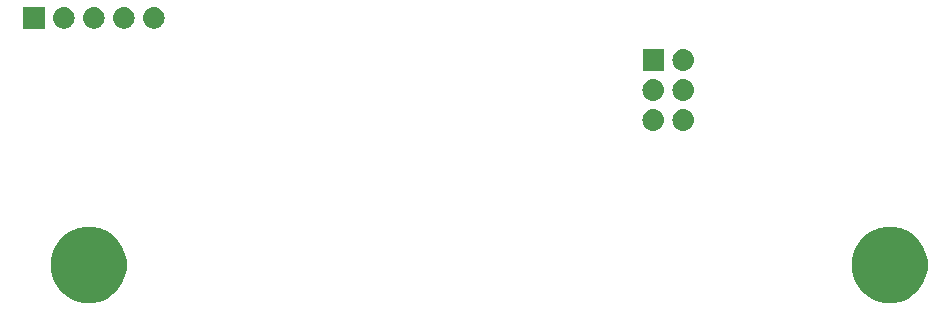
<source format=gbr>
G04 #@! TF.GenerationSoftware,KiCad,Pcbnew,(5.1.4)-1*
G04 #@! TF.CreationDate,2020-02-04T14:44:49-05:00*
G04 #@! TF.ProjectId,CellMan,43656c6c-4d61-46e2-9e6b-696361645f70,2.0*
G04 #@! TF.SameCoordinates,Original*
G04 #@! TF.FileFunction,Soldermask,Bot*
G04 #@! TF.FilePolarity,Negative*
%FSLAX46Y46*%
G04 Gerber Fmt 4.6, Leading zero omitted, Abs format (unit mm)*
G04 Created by KiCad (PCBNEW (5.1.4)-1) date 2020-02-04 14:44:49*
%MOMM*%
%LPD*%
G04 APERTURE LIST*
%ADD10C,0.100000*%
G04 APERTURE END LIST*
D10*
G36*
X108840188Y-101901573D02*
G01*
X109427282Y-102144755D01*
X109427284Y-102144756D01*
X109955655Y-102497802D01*
X110404998Y-102947145D01*
X110758044Y-103475516D01*
X110758045Y-103475518D01*
X111001227Y-104062612D01*
X111125200Y-104685865D01*
X111125200Y-105321335D01*
X111001227Y-105944588D01*
X110758045Y-106531682D01*
X110758044Y-106531684D01*
X110404998Y-107060055D01*
X109955655Y-107509398D01*
X109427284Y-107862444D01*
X109427283Y-107862445D01*
X109427282Y-107862445D01*
X108840188Y-108105627D01*
X108216935Y-108229600D01*
X107581465Y-108229600D01*
X106958212Y-108105627D01*
X106371118Y-107862445D01*
X106371117Y-107862445D01*
X106371116Y-107862444D01*
X105842745Y-107509398D01*
X105393402Y-107060055D01*
X105040356Y-106531684D01*
X105040355Y-106531682D01*
X104797173Y-105944588D01*
X104673200Y-105321335D01*
X104673200Y-104685865D01*
X104797173Y-104062612D01*
X105040355Y-103475518D01*
X105040356Y-103475516D01*
X105393402Y-102947145D01*
X105842745Y-102497802D01*
X106371116Y-102144756D01*
X106371118Y-102144755D01*
X106958212Y-101901573D01*
X107581465Y-101777600D01*
X108216935Y-101777600D01*
X108840188Y-101901573D01*
X108840188Y-101901573D01*
G37*
G36*
X176658188Y-101901573D02*
G01*
X177245282Y-102144755D01*
X177245284Y-102144756D01*
X177773655Y-102497802D01*
X178222998Y-102947145D01*
X178576044Y-103475516D01*
X178576045Y-103475518D01*
X178819227Y-104062612D01*
X178943200Y-104685865D01*
X178943200Y-105321335D01*
X178819227Y-105944588D01*
X178576045Y-106531682D01*
X178576044Y-106531684D01*
X178222998Y-107060055D01*
X177773655Y-107509398D01*
X177245284Y-107862444D01*
X177245283Y-107862445D01*
X177245282Y-107862445D01*
X176658188Y-108105627D01*
X176034935Y-108229600D01*
X175399465Y-108229600D01*
X174776212Y-108105627D01*
X174189118Y-107862445D01*
X174189117Y-107862445D01*
X174189116Y-107862444D01*
X173660745Y-107509398D01*
X173211402Y-107060055D01*
X172858356Y-106531684D01*
X172858355Y-106531682D01*
X172615173Y-105944588D01*
X172491200Y-105321335D01*
X172491200Y-104685865D01*
X172615173Y-104062612D01*
X172858355Y-103475518D01*
X172858356Y-103475516D01*
X173211402Y-102947145D01*
X173660745Y-102497802D01*
X174189116Y-102144756D01*
X174189118Y-102144755D01*
X174776212Y-101901573D01*
X175399465Y-101777600D01*
X176034935Y-101777600D01*
X176658188Y-101901573D01*
X176658188Y-101901573D01*
G37*
G36*
X155884294Y-91833633D02*
G01*
X156056695Y-91885931D01*
X156215583Y-91970858D01*
X156354849Y-92085151D01*
X156469142Y-92224417D01*
X156554069Y-92383305D01*
X156606367Y-92555706D01*
X156624025Y-92735000D01*
X156606367Y-92914294D01*
X156554069Y-93086695D01*
X156469142Y-93245583D01*
X156354849Y-93384849D01*
X156215583Y-93499142D01*
X156056695Y-93584069D01*
X155884294Y-93636367D01*
X155749931Y-93649600D01*
X155660069Y-93649600D01*
X155525706Y-93636367D01*
X155353305Y-93584069D01*
X155194417Y-93499142D01*
X155055151Y-93384849D01*
X154940858Y-93245583D01*
X154855931Y-93086695D01*
X154803633Y-92914294D01*
X154785975Y-92735000D01*
X154803633Y-92555706D01*
X154855931Y-92383305D01*
X154940858Y-92224417D01*
X155055151Y-92085151D01*
X155194417Y-91970858D01*
X155353305Y-91885931D01*
X155525706Y-91833633D01*
X155660069Y-91820400D01*
X155749931Y-91820400D01*
X155884294Y-91833633D01*
X155884294Y-91833633D01*
G37*
G36*
X158424294Y-91833633D02*
G01*
X158596695Y-91885931D01*
X158755583Y-91970858D01*
X158894849Y-92085151D01*
X159009142Y-92224417D01*
X159094069Y-92383305D01*
X159146367Y-92555706D01*
X159164025Y-92735000D01*
X159146367Y-92914294D01*
X159094069Y-93086695D01*
X159009142Y-93245583D01*
X158894849Y-93384849D01*
X158755583Y-93499142D01*
X158596695Y-93584069D01*
X158424294Y-93636367D01*
X158289931Y-93649600D01*
X158200069Y-93649600D01*
X158065706Y-93636367D01*
X157893305Y-93584069D01*
X157734417Y-93499142D01*
X157595151Y-93384849D01*
X157480858Y-93245583D01*
X157395931Y-93086695D01*
X157343633Y-92914294D01*
X157325975Y-92735000D01*
X157343633Y-92555706D01*
X157395931Y-92383305D01*
X157480858Y-92224417D01*
X157595151Y-92085151D01*
X157734417Y-91970858D01*
X157893305Y-91885931D01*
X158065706Y-91833633D01*
X158200069Y-91820400D01*
X158289931Y-91820400D01*
X158424294Y-91833633D01*
X158424294Y-91833633D01*
G37*
G36*
X158424294Y-89293633D02*
G01*
X158596695Y-89345931D01*
X158755583Y-89430858D01*
X158894849Y-89545151D01*
X159009142Y-89684417D01*
X159094069Y-89843305D01*
X159146367Y-90015706D01*
X159164025Y-90195000D01*
X159146367Y-90374294D01*
X159094069Y-90546695D01*
X159009142Y-90705583D01*
X158894849Y-90844849D01*
X158755583Y-90959142D01*
X158596695Y-91044069D01*
X158424294Y-91096367D01*
X158289931Y-91109600D01*
X158200069Y-91109600D01*
X158065706Y-91096367D01*
X157893305Y-91044069D01*
X157734417Y-90959142D01*
X157595151Y-90844849D01*
X157480858Y-90705583D01*
X157395931Y-90546695D01*
X157343633Y-90374294D01*
X157325975Y-90195000D01*
X157343633Y-90015706D01*
X157395931Y-89843305D01*
X157480858Y-89684417D01*
X157595151Y-89545151D01*
X157734417Y-89430858D01*
X157893305Y-89345931D01*
X158065706Y-89293633D01*
X158200069Y-89280400D01*
X158289931Y-89280400D01*
X158424294Y-89293633D01*
X158424294Y-89293633D01*
G37*
G36*
X155884294Y-89293633D02*
G01*
X156056695Y-89345931D01*
X156215583Y-89430858D01*
X156354849Y-89545151D01*
X156469142Y-89684417D01*
X156554069Y-89843305D01*
X156606367Y-90015706D01*
X156624025Y-90195000D01*
X156606367Y-90374294D01*
X156554069Y-90546695D01*
X156469142Y-90705583D01*
X156354849Y-90844849D01*
X156215583Y-90959142D01*
X156056695Y-91044069D01*
X155884294Y-91096367D01*
X155749931Y-91109600D01*
X155660069Y-91109600D01*
X155525706Y-91096367D01*
X155353305Y-91044069D01*
X155194417Y-90959142D01*
X155055151Y-90844849D01*
X154940858Y-90705583D01*
X154855931Y-90546695D01*
X154803633Y-90374294D01*
X154785975Y-90195000D01*
X154803633Y-90015706D01*
X154855931Y-89843305D01*
X154940858Y-89684417D01*
X155055151Y-89545151D01*
X155194417Y-89430858D01*
X155353305Y-89345931D01*
X155525706Y-89293633D01*
X155660069Y-89280400D01*
X155749931Y-89280400D01*
X155884294Y-89293633D01*
X155884294Y-89293633D01*
G37*
G36*
X156619600Y-88569600D02*
G01*
X154790400Y-88569600D01*
X154790400Y-86740400D01*
X156619600Y-86740400D01*
X156619600Y-88569600D01*
X156619600Y-88569600D01*
G37*
G36*
X158424294Y-86753633D02*
G01*
X158596695Y-86805931D01*
X158755583Y-86890858D01*
X158894849Y-87005151D01*
X159009142Y-87144417D01*
X159094069Y-87303305D01*
X159146367Y-87475706D01*
X159164025Y-87655000D01*
X159146367Y-87834294D01*
X159094069Y-88006695D01*
X159009142Y-88165583D01*
X158894849Y-88304849D01*
X158755583Y-88419142D01*
X158596695Y-88504069D01*
X158424294Y-88556367D01*
X158289931Y-88569600D01*
X158200069Y-88569600D01*
X158065706Y-88556367D01*
X157893305Y-88504069D01*
X157734417Y-88419142D01*
X157595151Y-88304849D01*
X157480858Y-88165583D01*
X157395931Y-88006695D01*
X157343633Y-87834294D01*
X157325975Y-87655000D01*
X157343633Y-87475706D01*
X157395931Y-87303305D01*
X157480858Y-87144417D01*
X157595151Y-87005151D01*
X157734417Y-86890858D01*
X157893305Y-86805931D01*
X158065706Y-86753633D01*
X158200069Y-86740400D01*
X158289931Y-86740400D01*
X158424294Y-86753633D01*
X158424294Y-86753633D01*
G37*
G36*
X105910443Y-83205519D02*
G01*
X105976627Y-83212037D01*
X106146466Y-83263557D01*
X106302991Y-83347222D01*
X106338729Y-83376552D01*
X106440186Y-83459814D01*
X106523448Y-83561271D01*
X106552778Y-83597009D01*
X106636443Y-83753534D01*
X106687963Y-83923373D01*
X106705359Y-84100000D01*
X106687963Y-84276627D01*
X106636443Y-84446466D01*
X106552778Y-84602991D01*
X106523448Y-84638729D01*
X106440186Y-84740186D01*
X106338729Y-84823448D01*
X106302991Y-84852778D01*
X106146466Y-84936443D01*
X105976627Y-84987963D01*
X105910442Y-84994482D01*
X105844260Y-85001000D01*
X105755740Y-85001000D01*
X105689558Y-84994482D01*
X105623373Y-84987963D01*
X105453534Y-84936443D01*
X105297009Y-84852778D01*
X105261271Y-84823448D01*
X105159814Y-84740186D01*
X105076552Y-84638729D01*
X105047222Y-84602991D01*
X104963557Y-84446466D01*
X104912037Y-84276627D01*
X104894641Y-84100000D01*
X104912037Y-83923373D01*
X104963557Y-83753534D01*
X105047222Y-83597009D01*
X105076552Y-83561271D01*
X105159814Y-83459814D01*
X105261271Y-83376552D01*
X105297009Y-83347222D01*
X105453534Y-83263557D01*
X105623373Y-83212037D01*
X105689557Y-83205519D01*
X105755740Y-83199000D01*
X105844260Y-83199000D01*
X105910443Y-83205519D01*
X105910443Y-83205519D01*
G37*
G36*
X104161000Y-85001000D02*
G01*
X102359000Y-85001000D01*
X102359000Y-83199000D01*
X104161000Y-83199000D01*
X104161000Y-85001000D01*
X104161000Y-85001000D01*
G37*
G36*
X108450443Y-83205519D02*
G01*
X108516627Y-83212037D01*
X108686466Y-83263557D01*
X108842991Y-83347222D01*
X108878729Y-83376552D01*
X108980186Y-83459814D01*
X109063448Y-83561271D01*
X109092778Y-83597009D01*
X109176443Y-83753534D01*
X109227963Y-83923373D01*
X109245359Y-84100000D01*
X109227963Y-84276627D01*
X109176443Y-84446466D01*
X109092778Y-84602991D01*
X109063448Y-84638729D01*
X108980186Y-84740186D01*
X108878729Y-84823448D01*
X108842991Y-84852778D01*
X108686466Y-84936443D01*
X108516627Y-84987963D01*
X108450442Y-84994482D01*
X108384260Y-85001000D01*
X108295740Y-85001000D01*
X108229558Y-84994482D01*
X108163373Y-84987963D01*
X107993534Y-84936443D01*
X107837009Y-84852778D01*
X107801271Y-84823448D01*
X107699814Y-84740186D01*
X107616552Y-84638729D01*
X107587222Y-84602991D01*
X107503557Y-84446466D01*
X107452037Y-84276627D01*
X107434641Y-84100000D01*
X107452037Y-83923373D01*
X107503557Y-83753534D01*
X107587222Y-83597009D01*
X107616552Y-83561271D01*
X107699814Y-83459814D01*
X107801271Y-83376552D01*
X107837009Y-83347222D01*
X107993534Y-83263557D01*
X108163373Y-83212037D01*
X108229557Y-83205519D01*
X108295740Y-83199000D01*
X108384260Y-83199000D01*
X108450443Y-83205519D01*
X108450443Y-83205519D01*
G37*
G36*
X110990443Y-83205519D02*
G01*
X111056627Y-83212037D01*
X111226466Y-83263557D01*
X111382991Y-83347222D01*
X111418729Y-83376552D01*
X111520186Y-83459814D01*
X111603448Y-83561271D01*
X111632778Y-83597009D01*
X111716443Y-83753534D01*
X111767963Y-83923373D01*
X111785359Y-84100000D01*
X111767963Y-84276627D01*
X111716443Y-84446466D01*
X111632778Y-84602991D01*
X111603448Y-84638729D01*
X111520186Y-84740186D01*
X111418729Y-84823448D01*
X111382991Y-84852778D01*
X111226466Y-84936443D01*
X111056627Y-84987963D01*
X110990442Y-84994482D01*
X110924260Y-85001000D01*
X110835740Y-85001000D01*
X110769558Y-84994482D01*
X110703373Y-84987963D01*
X110533534Y-84936443D01*
X110377009Y-84852778D01*
X110341271Y-84823448D01*
X110239814Y-84740186D01*
X110156552Y-84638729D01*
X110127222Y-84602991D01*
X110043557Y-84446466D01*
X109992037Y-84276627D01*
X109974641Y-84100000D01*
X109992037Y-83923373D01*
X110043557Y-83753534D01*
X110127222Y-83597009D01*
X110156552Y-83561271D01*
X110239814Y-83459814D01*
X110341271Y-83376552D01*
X110377009Y-83347222D01*
X110533534Y-83263557D01*
X110703373Y-83212037D01*
X110769557Y-83205519D01*
X110835740Y-83199000D01*
X110924260Y-83199000D01*
X110990443Y-83205519D01*
X110990443Y-83205519D01*
G37*
G36*
X113530443Y-83205519D02*
G01*
X113596627Y-83212037D01*
X113766466Y-83263557D01*
X113922991Y-83347222D01*
X113958729Y-83376552D01*
X114060186Y-83459814D01*
X114143448Y-83561271D01*
X114172778Y-83597009D01*
X114256443Y-83753534D01*
X114307963Y-83923373D01*
X114325359Y-84100000D01*
X114307963Y-84276627D01*
X114256443Y-84446466D01*
X114172778Y-84602991D01*
X114143448Y-84638729D01*
X114060186Y-84740186D01*
X113958729Y-84823448D01*
X113922991Y-84852778D01*
X113766466Y-84936443D01*
X113596627Y-84987963D01*
X113530442Y-84994482D01*
X113464260Y-85001000D01*
X113375740Y-85001000D01*
X113309558Y-84994482D01*
X113243373Y-84987963D01*
X113073534Y-84936443D01*
X112917009Y-84852778D01*
X112881271Y-84823448D01*
X112779814Y-84740186D01*
X112696552Y-84638729D01*
X112667222Y-84602991D01*
X112583557Y-84446466D01*
X112532037Y-84276627D01*
X112514641Y-84100000D01*
X112532037Y-83923373D01*
X112583557Y-83753534D01*
X112667222Y-83597009D01*
X112696552Y-83561271D01*
X112779814Y-83459814D01*
X112881271Y-83376552D01*
X112917009Y-83347222D01*
X113073534Y-83263557D01*
X113243373Y-83212037D01*
X113309557Y-83205519D01*
X113375740Y-83199000D01*
X113464260Y-83199000D01*
X113530443Y-83205519D01*
X113530443Y-83205519D01*
G37*
M02*

</source>
